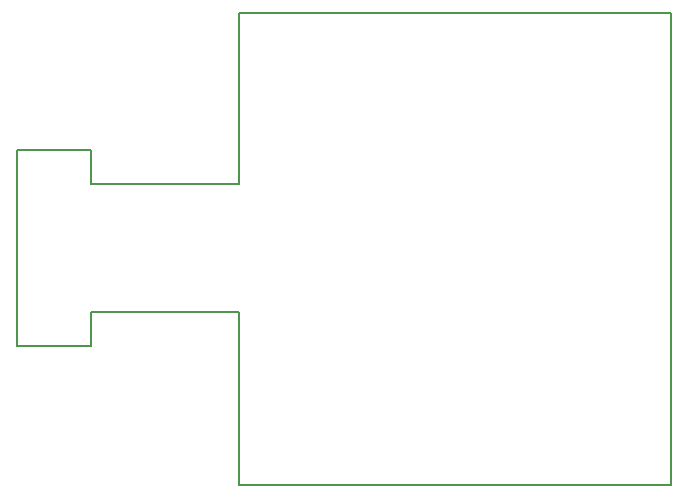
<source format=gbr>
%TF.GenerationSoftware,KiCad,Pcbnew,4.0.7*%
%TF.CreationDate,2019-04-11T13:09:23-05:00*%
%TF.ProjectId,GolfGloveMainBoardV1.0.0,476F6C66476C6F76654D61696E426F61,rev?*%
%TF.FileFunction,Profile,NP*%
%FSLAX46Y46*%
G04 Gerber Fmt 4.6, Leading zero omitted, Abs format (unit mm)*
G04 Created by KiCad (PCBNEW 4.0.7) date 04/11/19 13:09:23*
%MOMM*%
%LPD*%
G01*
G04 APERTURE LIST*
%ADD10C,0.100000*%
%ADD11C,0.150000*%
G04 APERTURE END LIST*
D10*
D11*
X148925000Y-151345000D02*
X148925000Y-151355000D01*
X112365000Y-151345000D02*
X148925000Y-151345000D01*
X112365000Y-136675000D02*
X112365000Y-151345000D01*
X99805000Y-136675000D02*
X112365000Y-136675000D01*
X99805000Y-139585000D02*
X99805000Y-136675000D01*
X93605000Y-139585000D02*
X99805000Y-139585000D01*
X93605000Y-122935000D02*
X93605000Y-139585000D01*
X99805000Y-122935000D02*
X93605000Y-122935000D01*
X99805000Y-125835000D02*
X99805000Y-122935000D01*
X112375000Y-125835000D02*
X99805000Y-125835000D01*
X112375000Y-111355000D02*
X112375000Y-125835000D01*
X148925000Y-111355000D02*
X112375000Y-111355000D01*
X148925000Y-151345000D02*
X148925000Y-111355000D01*
M02*

</source>
